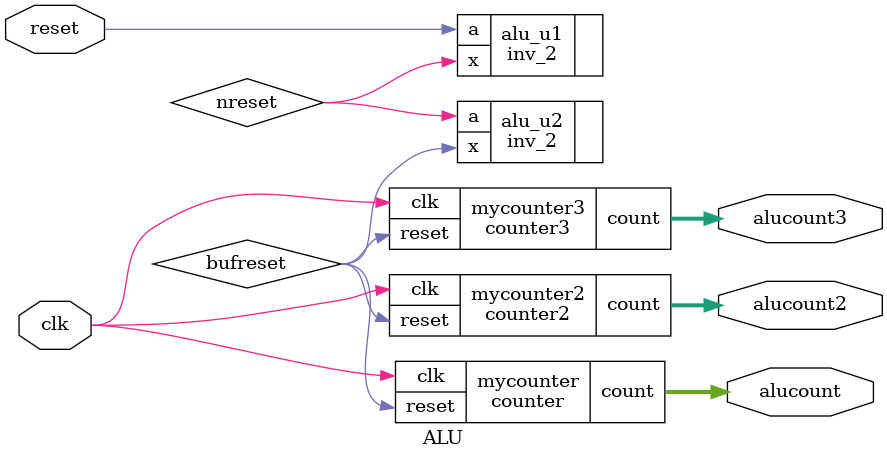
<source format=v>

module counter_DW01_inc_0 ( A, SUM );
  input [7:0] A;
  output [7:0] SUM;

  wire   [7:2] carry;

  adhalf_1 U1_1_6 ( .a(A[6]), .b(carry[6]), .co(carry[7]), .s(SUM[6]) );
  adhalf_1 U1_1_1 ( .a(A[1]), .b(A[0]), .co(carry[2]), .s(SUM[1]) );
  adhalf_1 U1_1_2 ( .a(A[2]), .b(carry[2]), .co(carry[3]), .s(SUM[2]) );
  adhalf_1 U1_1_3 ( .a(A[3]), .b(carry[3]), .co(carry[4]), .s(SUM[3]) );
  adhalf_1 U1_1_4 ( .a(A[4]), .b(carry[4]), .co(carry[5]), .s(SUM[4]) );
  adhalf_1 U1_1_5 ( .a(A[5]), .b(carry[5]), .co(carry[6]), .s(SUM[5]) );
  inv_2 U1 ( .a(A[0]), .x(SUM[0]) );
  exor2_1 U2 ( .a(carry[7]), .b(A[7]), .x(SUM[7]) );
endmodule

module counter_DW01_inc_1 ( A, SUM );
  input [7:0] A;
  output [7:0] SUM;

  wire   [7:2] carry;

  adhalf_1 U1_1_6 ( .a(A[6]), .b(carry[6]), .co(carry[7]), .s(SUM[6]) );
  adhalf_1 U1_1_1 ( .a(A[1]), .b(A[0]), .co(carry[2]), .s(SUM[1]) );
  adhalf_1 U1_1_2 ( .a(A[2]), .b(carry[2]), .co(carry[3]), .s(SUM[2]) );
  adhalf_1 U1_1_3 ( .a(A[3]), .b(carry[3]), .co(carry[4]), .s(SUM[3]) );
  adhalf_1 U1_1_4 ( .a(A[4]), .b(carry[4]), .co(carry[5]), .s(SUM[4]) );
  adhalf_1 U1_1_5 ( .a(A[5]), .b(carry[5]), .co(carry[6]), .s(SUM[5]) );
  inv_2 U1 ( .a(A[0]), .x(SUM[0]) );
  exor2_1 U2 ( .a(carry[7]), .b(A[7]), .x(SUM[7]) );
endmodule

module counter_DW01_inc_2 ( A, SUM );
  input [7:0] A;
  output [7:0] SUM;

  wire   [7:2] carry;

  adhalf_1 U1_1_6 ( .a(A[6]), .b(carry[6]), .co(carry[7]), .s(SUM[6]) );
  adhalf_1 U1_1_1 ( .a(A[1]), .b(A[0]), .co(carry[2]), .s(SUM[1]) );
  adhalf_1 U1_1_2 ( .a(A[2]), .b(carry[2]), .co(carry[3]), .s(SUM[2]) );
  adhalf_1 U1_1_3 ( .a(A[3]), .b(carry[3]), .co(carry[4]), .s(SUM[3]) );
  adhalf_1 U1_1_4 ( .a(A[4]), .b(carry[4]), .co(carry[5]), .s(SUM[4]) );
  adhalf_1 U1_1_5 ( .a(A[5]), .b(carry[5]), .co(carry[6]), .s(SUM[5]) );
  inv_2 U1 ( .a(A[0]), .x(SUM[0]) );
  exor2_1 U2 ( .a(carry[7]), .b(A[7]), .x(SUM[7]) );
endmodule

module counter ( clk, reset, count );
  output [7:0] count;
  input clk, reset;
  wire   N1, N2, N3, N4, N5, N6, N7, N8, n18;

  counter_DW01_inc_0 add_13 ( .A(count), .SUM({N8, N7, N6, N5, N4, N3, N2, N1}) );
  dffpr_2 \count_reg[7]  ( .d(N8), .ck(clk), .rb(n18), .q(count[7]) );
  dffpr_2 \count_reg[4]  ( .d(N5), .ck(clk), .rb(n18), .q(count[4]) );
  dffpr_2 \count_reg[5]  ( .d(N6), .ck(clk), .rb(n18), .q(count[5]) );
  dffpr_2 \count_reg[6]  ( .d(N7), .ck(clk), .rb(n18), .q(count[6]) );
  dffpr_2 \count_reg[2]  ( .d(N3), .ck(clk), .rb(n18), .q(count[2]) );
  dffpr_2 \count_reg[3]  ( .d(N4), .ck(clk), .rb(n18), .q(count[3]) );
  dffpr_2 \count_reg[1]  ( .d(N2), .ck(clk), .rb(n18), .q(count[1]) );
  dffpr_2 \count_reg[0]  ( .d(N1), .ck(clk), .rb(n18), .q(count[0]) );
  inv_2 U4 ( .a(reset), .x(n18) );
endmodule

module counter2 ( clk, reset, count );
  output [7:0] count;
  input clk, reset;
  wire   N1, N2, N3, N4, N5, N6, N7, N8, n18, n19, n20;

  counter_DW01_inc_1 add_13 ( .A(count), .SUM({N8, N7, N6, N5, N4, N3, N2, N1}) );
  dffpr_2 \count_reg[7]  ( .d(N8), .ck(clk), .rb(n20), .q(count[7]) );
  dffpr_2 \count_reg[4]  ( .d(N5), .ck(clk), .rb(n20), .q(count[4]) );
  dffpr_2 \count_reg[5]  ( .d(N6), .ck(clk), .rb(n20), .q(count[5]) );
  dffpr_2 \count_reg[6]  ( .d(N7), .ck(clk), .rb(n20), .q(count[6]) );
  dffpr_2 \count_reg[2]  ( .d(N3), .ck(clk), .rb(n20), .q(count[2]) );
  dffpr_2 \count_reg[3]  ( .d(N4), .ck(clk), .rb(n20), .q(count[3]) );
  dffpr_2 \count_reg[1]  ( .d(N2), .ck(clk), .rb(n20), .q(count[1]) );
  dffpr_2 \count_reg[0]  ( .d(N1), .ck(clk), .rb(n20), .q(count[0]) );
   inv_2 U4 ( .a(reset), .x(n18) );
   inv_2 U5 ( .a(n18), .x(n19) );
   inv_2 U6 ( .a(n19), .x(n20) );
endmodule

module counter3 ( clk, reset, count );
  output [7:0] count;
  input clk, reset;
  wire   N1, N2, N3, N4, N5, N6, N7, N8, n18, n19, n20, n21, n22;

  counter_DW01_inc_2 add_13 ( .A(count), .SUM({N8, N7, N6, N5, N4, N3, N2, N1}) );
  dffpr_2 \count_reg[7]  ( .d(N8), .ck(clk), .rb(n22), .q(count[7]) );
  dffpr_2 \count_reg[4]  ( .d(N5), .ck(clk), .rb(n22), .q(count[4]) );
  dffpr_2 \count_reg[5]  ( .d(N6), .ck(clk), .rb(n22), .q(count[5]) );
  dffpr_2 \count_reg[6]  ( .d(N7), .ck(clk), .rb(n22), .q(count[6]) );
  dffpr_2 \count_reg[2]  ( .d(N3), .ck(clk), .rb(n22), .q(count[2]) );
  dffpr_2 \count_reg[3]  ( .d(N4), .ck(clk), .rb(n22), .q(count[3]) );
  dffpr_2 \count_reg[1]  ( .d(N2), .ck(clk), .rb(n22), .q(count[1]) );
  dffpr_2 \count_reg[0]  ( .d(N1), .ck(clk), .rb(n22), .q(count[0]) );
   inv_2 U4 ( .a(reset), .x(n18) );
   inv_2 U5 ( .a(n18), .x(n19) );
   inv_2 U6 ( .a(n19), .x(n20) );
   inv_2 U7 ( .a(n20), .x(n21) );
   inv_2 U8 ( .a(n21), .x(n22) );
   
endmodule

module ALU (clk, reset, alucount, alucount2, alucount3);
   output [7:0] alucount;
   output [7:0] alucount2;
   output [7:0] alucount3;
   input 	clk, reset;
   wire 	nreset, bufreset;

   counter3 mycounter3 (.clk(clk), .reset(bufreset), .count(alucount3));
   counter2 mycounter2 (.clk(clk), .reset(bufreset), .count(alucount2));
   counter mycounter (.clk(clk), .reset(bufreset), .count(alucount));
   inv_2 alu_u1 (.a(reset),.x(nreset));
   inv_2 alu_u2 (.a(nreset),.x(bufreset));
   
endmodule
</source>
